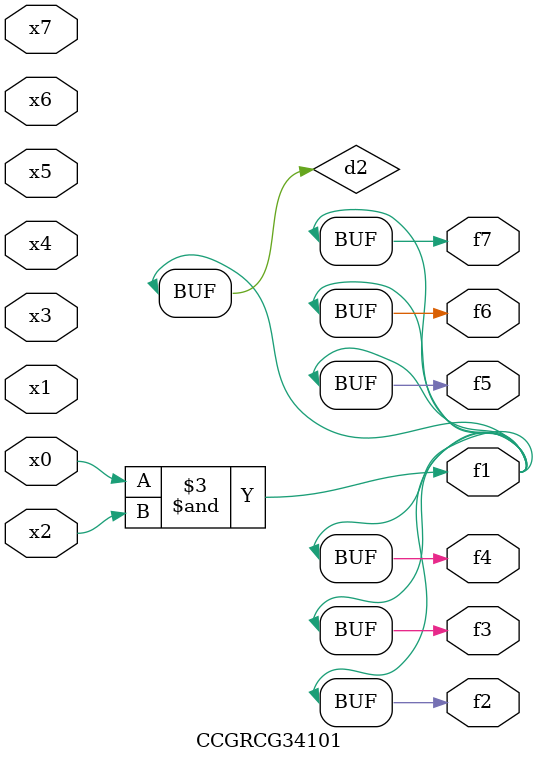
<source format=v>
module CCGRCG34101(
	input x0, x1, x2, x3, x4, x5, x6, x7,
	output f1, f2, f3, f4, f5, f6, f7
);

	wire d1, d2;

	nor (d1, x3, x6);
	and (d2, x0, x2);
	assign f1 = d2;
	assign f2 = d2;
	assign f3 = d2;
	assign f4 = d2;
	assign f5 = d2;
	assign f6 = d2;
	assign f7 = d2;
endmodule

</source>
